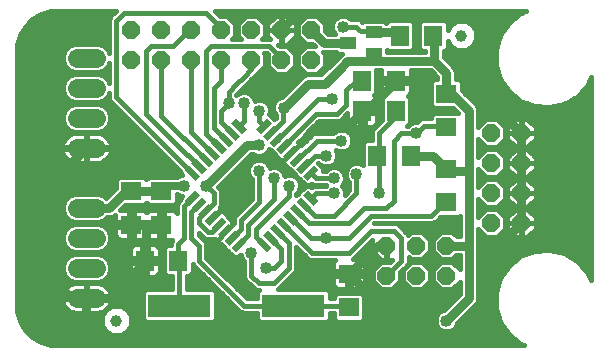
<source format=gbl>
G75*
G70*
%OFA0B0*%
%FSLAX24Y24*%
%IPPOS*%
%LPD*%
%AMOC8*
5,1,8,0,0,1.08239X$1,22.5*
%
%ADD10R,0.0500X0.0220*%
%ADD11R,0.0220X0.0500*%
%ADD12OC8,0.0600*%
%ADD13C,0.0394*%
%ADD14C,0.0634*%
%ADD15R,0.0630X0.0710*%
%ADD16R,0.0710X0.0630*%
%ADD17R,0.2100X0.0760*%
%ADD18R,0.0551X0.0394*%
%ADD19C,0.0300*%
%ADD20C,0.0280*%
%ADD21C,0.0400*%
%ADD22C,0.0160*%
%ADD23C,0.0200*%
%ADD24C,0.0250*%
D10*
G36*
X009512Y004917D02*
X009160Y004565D01*
X009004Y004721D01*
X009356Y005073D01*
X009512Y004917D01*
G37*
G36*
X009290Y005140D02*
X008938Y004788D01*
X008782Y004944D01*
X009134Y005296D01*
X009290Y005140D01*
G37*
G36*
X009067Y005362D02*
X008715Y005010D01*
X008559Y005166D01*
X008911Y005518D01*
X009067Y005362D01*
G37*
G36*
X009735Y004694D02*
X009383Y004342D01*
X009227Y004498D01*
X009579Y004850D01*
X009735Y004694D01*
G37*
G36*
X009958Y004472D02*
X009606Y004120D01*
X009450Y004276D01*
X009802Y004628D01*
X009958Y004472D01*
G37*
G36*
X010181Y004249D02*
X009829Y003897D01*
X009673Y004053D01*
X010025Y004405D01*
X010181Y004249D01*
G37*
G36*
X010403Y004026D02*
X010051Y003674D01*
X009895Y003830D01*
X010247Y004182D01*
X010403Y004026D01*
G37*
G36*
X010626Y003804D02*
X010274Y003452D01*
X010118Y003608D01*
X010470Y003960D01*
X010626Y003804D01*
G37*
G36*
X013016Y006194D02*
X012664Y005842D01*
X012508Y005998D01*
X012860Y006350D01*
X013016Y006194D01*
G37*
G36*
X012793Y006416D02*
X012441Y006064D01*
X012285Y006220D01*
X012637Y006572D01*
X012793Y006416D01*
G37*
G36*
X012571Y006639D02*
X012219Y006287D01*
X012063Y006443D01*
X012415Y006795D01*
X012571Y006639D01*
G37*
G36*
X012348Y006862D02*
X011996Y006510D01*
X011840Y006666D01*
X012192Y007018D01*
X012348Y006862D01*
G37*
G36*
X012125Y007084D02*
X011773Y006732D01*
X011617Y006888D01*
X011969Y007240D01*
X012125Y007084D01*
G37*
G36*
X011902Y007307D02*
X011550Y006955D01*
X011394Y007111D01*
X011746Y007463D01*
X011902Y007307D01*
G37*
G36*
X011680Y007530D02*
X011328Y007178D01*
X011172Y007334D01*
X011524Y007686D01*
X011680Y007530D01*
G37*
G36*
X011457Y007752D02*
X011105Y007400D01*
X010949Y007556D01*
X011301Y007908D01*
X011457Y007752D01*
G37*
D11*
G36*
X010626Y007556D02*
X010470Y007400D01*
X010118Y007752D01*
X010274Y007908D01*
X010626Y007556D01*
G37*
G36*
X010403Y007334D02*
X010247Y007178D01*
X009895Y007530D01*
X010051Y007686D01*
X010403Y007334D01*
G37*
G36*
X010181Y007111D02*
X010025Y006955D01*
X009673Y007307D01*
X009829Y007463D01*
X010181Y007111D01*
G37*
G36*
X009958Y006888D02*
X009802Y006732D01*
X009450Y007084D01*
X009606Y007240D01*
X009958Y006888D01*
G37*
G36*
X009735Y006666D02*
X009579Y006510D01*
X009227Y006862D01*
X009383Y007018D01*
X009735Y006666D01*
G37*
G36*
X009512Y006443D02*
X009356Y006287D01*
X009004Y006639D01*
X009160Y006795D01*
X009512Y006443D01*
G37*
G36*
X009290Y006220D02*
X009134Y006064D01*
X008782Y006416D01*
X008938Y006572D01*
X009290Y006220D01*
G37*
G36*
X009067Y005998D02*
X008911Y005842D01*
X008559Y006194D01*
X008715Y006350D01*
X009067Y005998D01*
G37*
G36*
X012348Y004498D02*
X012192Y004342D01*
X011840Y004694D01*
X011996Y004850D01*
X012348Y004498D01*
G37*
G36*
X012125Y004276D02*
X011969Y004120D01*
X011617Y004472D01*
X011773Y004628D01*
X012125Y004276D01*
G37*
G36*
X011902Y004053D02*
X011746Y003897D01*
X011394Y004249D01*
X011550Y004405D01*
X011902Y004053D01*
G37*
G36*
X011680Y003830D02*
X011524Y003674D01*
X011172Y004026D01*
X011328Y004182D01*
X011680Y003830D01*
G37*
G36*
X011457Y003608D02*
X011301Y003452D01*
X010949Y003804D01*
X011105Y003960D01*
X011457Y003608D01*
G37*
G36*
X012571Y004721D02*
X012415Y004565D01*
X012063Y004917D01*
X012219Y005073D01*
X012571Y004721D01*
G37*
G36*
X012793Y004944D02*
X012637Y004788D01*
X012285Y005140D01*
X012441Y005296D01*
X012793Y004944D01*
G37*
G36*
X013016Y005166D02*
X012860Y005010D01*
X012508Y005362D01*
X012664Y005518D01*
X013016Y005166D01*
G37*
D12*
X015287Y003680D03*
X016287Y003680D03*
X017287Y003680D03*
X018787Y004430D03*
X019787Y004430D03*
X019787Y005430D03*
X018787Y005430D03*
X018787Y006430D03*
X019787Y006430D03*
X019787Y007430D03*
X018787Y007430D03*
X012787Y009860D03*
X011787Y009860D03*
X010787Y009860D03*
X009787Y009860D03*
X008787Y009860D03*
X007787Y009860D03*
X006787Y009860D03*
X006787Y010860D03*
X007787Y010860D03*
X008787Y010860D03*
X009787Y010860D03*
X010787Y010860D03*
X011787Y010860D03*
X012787Y010860D03*
X015287Y002680D03*
X016287Y002680D03*
X017287Y002680D03*
D13*
X006287Y001180D03*
X017787Y010680D03*
D14*
X005604Y009930D02*
X004971Y009930D01*
X004971Y008930D02*
X005604Y008930D01*
X005604Y007930D02*
X004971Y007930D01*
X004971Y006930D02*
X005604Y006930D01*
X005604Y004930D02*
X004971Y004930D01*
X004971Y003930D02*
X005604Y003930D01*
X005604Y002930D02*
X004971Y002930D01*
X004971Y001930D02*
X005604Y001930D01*
D15*
X007228Y003180D03*
X008347Y003180D03*
X014978Y006680D03*
X016097Y006680D03*
X015597Y008180D03*
X014478Y008180D03*
X014478Y009180D03*
X015597Y009180D03*
X015728Y010680D03*
X016847Y010680D03*
D16*
X017287Y008740D03*
X017287Y007620D03*
X017287Y006240D03*
X017287Y005120D03*
X014037Y002740D03*
X014037Y001620D03*
X007787Y004370D03*
X006787Y004370D03*
X006787Y005490D03*
X007787Y005490D03*
D17*
X008387Y001680D03*
X012187Y001680D03*
D18*
X014871Y010056D03*
X014004Y010430D03*
X014871Y010804D03*
D19*
X015604Y010804D01*
X015728Y010680D01*
X016847Y010680D02*
X016887Y010640D01*
X016887Y009830D01*
X017287Y009430D01*
X017287Y008740D01*
X017478Y008740D01*
X018037Y008180D01*
X018037Y006180D01*
X017347Y006180D01*
X017287Y006240D01*
X016847Y006680D01*
X016097Y006680D01*
X018037Y006180D02*
X018037Y003680D01*
X018037Y001930D01*
X017287Y001180D01*
X017537Y000430D02*
X018537Y001430D01*
X018537Y003180D01*
X019787Y004430D01*
X019787Y005430D01*
X019787Y006430D01*
X019787Y007430D01*
X018787Y008430D01*
X018787Y010680D01*
X016887Y009830D02*
X014887Y009830D01*
X014871Y009847D01*
X014871Y010056D01*
X014887Y009830D02*
X013987Y009830D01*
X013737Y009580D01*
X013237Y009080D01*
X012674Y009080D01*
X011874Y008280D01*
X013037Y007680D02*
X014037Y007680D01*
X014478Y008180D01*
X014597Y008180D01*
X015597Y009180D01*
X016097Y009180D01*
X016287Y009180D01*
X014004Y010430D02*
X013217Y010430D01*
X012787Y010860D01*
X011037Y007030D02*
X010637Y007030D01*
X009287Y005680D01*
X010037Y004730D02*
X010437Y005130D01*
X010437Y006230D01*
X010837Y006630D01*
X007787Y005490D02*
X006787Y005490D01*
X006597Y005490D01*
X006037Y004930D01*
X005287Y004930D01*
X006787Y004370D02*
X007287Y004370D01*
X007287Y003240D01*
X007228Y003180D01*
X007228Y003120D01*
X006037Y001930D01*
X005287Y001930D01*
X005287Y000930D01*
X005787Y000430D01*
X014787Y000430D01*
X014787Y001990D01*
X014037Y002740D01*
X014978Y003680D01*
X015287Y003680D01*
X015287Y003620D01*
X017287Y003680D02*
X017787Y003680D01*
X018037Y003680D02*
X017287Y003680D01*
X017537Y000430D02*
X014787Y000430D01*
X007787Y004370D02*
X007287Y004370D01*
X005287Y006930D02*
X004287Y005930D01*
X004287Y002430D01*
X004787Y001930D01*
X005287Y001930D01*
D20*
X018037Y011430D02*
X018787Y010680D01*
X018037Y011430D02*
X013287Y011430D01*
X012357Y011430D01*
X011787Y010860D01*
D21*
X013837Y010980D03*
X016287Y009180D03*
X018787Y008430D03*
X016287Y007430D03*
X014287Y006055D03*
X013537Y005930D03*
X013537Y005430D03*
X015037Y005430D03*
X013287Y006680D03*
X013787Y007180D03*
X011874Y008280D03*
X011037Y008180D03*
X010537Y008430D03*
X010037Y008430D03*
X011037Y007030D03*
X011037Y006180D03*
X011537Y005930D03*
X012037Y005680D03*
X009287Y005680D03*
X008537Y005680D03*
X010787Y003430D03*
X011287Y002930D03*
X013287Y003930D03*
X017287Y001180D03*
X013487Y008580D03*
D22*
X002979Y001508D02*
X003068Y001175D01*
X003240Y000876D01*
X003484Y000633D01*
X003782Y000460D01*
X004115Y000371D01*
X004287Y000360D01*
X019862Y000360D01*
X019747Y000405D01*
X019747Y000405D01*
X019356Y000717D01*
X019356Y000717D01*
X019356Y000717D01*
X019074Y001131D01*
X017677Y001131D01*
X017643Y001097D02*
X018300Y001754D01*
X018347Y001868D01*
X018347Y004219D01*
X018597Y003970D01*
X018978Y003970D01*
X019247Y004239D01*
X019247Y004621D01*
X018978Y004890D01*
X018597Y004890D01*
X018347Y004641D01*
X018347Y005219D01*
X018597Y004970D01*
X018978Y004970D01*
X019247Y005239D01*
X019247Y005621D01*
X018978Y005890D01*
X018597Y005890D01*
X018347Y005641D01*
X018347Y006219D01*
X018597Y005970D01*
X018978Y005970D01*
X019247Y006239D01*
X019247Y006621D01*
X018978Y006890D01*
X018597Y006890D01*
X018347Y006641D01*
X018347Y007219D01*
X018597Y006970D01*
X018978Y006970D01*
X019247Y007239D01*
X019247Y007621D01*
X018978Y007890D01*
X018597Y007890D01*
X018347Y007641D01*
X018347Y008242D01*
X018300Y008356D01*
X017802Y008853D01*
X017802Y009121D01*
X017709Y009215D01*
X017597Y009215D01*
X017597Y009492D01*
X017550Y009606D01*
X017463Y009693D01*
X017197Y009958D01*
X017197Y010165D01*
X017229Y010165D01*
X017322Y010259D01*
X017322Y010495D01*
X017327Y010476D01*
X017336Y010471D01*
X017337Y010469D01*
X017336Y010459D01*
X017355Y010430D01*
X017370Y010399D01*
X017380Y010396D01*
X017381Y010394D01*
X017381Y010383D01*
X017405Y010359D01*
X017425Y010331D01*
X017435Y010329D01*
X017437Y010328D01*
X017439Y010317D01*
X017467Y010298D01*
X017491Y010273D01*
X017501Y010273D01*
X017503Y010272D01*
X017507Y010262D01*
X017538Y010248D01*
X017566Y010228D01*
X017576Y010230D01*
X017578Y010229D01*
X017584Y010220D01*
X017617Y010211D01*
X017648Y010196D01*
X017658Y010200D01*
X017660Y010199D01*
X017667Y010191D01*
X017701Y010188D01*
X017734Y010180D01*
X017743Y010185D01*
X017745Y010185D01*
X017753Y010178D01*
X017787Y010181D01*
X017822Y010178D01*
X017830Y010185D01*
X017832Y010185D01*
X017841Y010180D01*
X017874Y010188D01*
X017908Y010191D01*
X017915Y010199D01*
X017917Y010200D01*
X017927Y010196D01*
X017958Y010211D01*
X017991Y010220D01*
X017997Y010229D01*
X017999Y010230D01*
X018009Y010228D01*
X018037Y010248D01*
X018068Y010262D01*
X018072Y010272D01*
X018074Y010273D01*
X018084Y010273D01*
X018108Y010298D01*
X018136Y010317D01*
X018138Y010328D01*
X018140Y010329D01*
X018150Y010331D01*
X018170Y010359D01*
X018194Y010383D01*
X018194Y010394D01*
X018195Y010396D01*
X018205Y010399D01*
X018220Y010430D01*
X018239Y010459D01*
X018238Y010469D01*
X018239Y010471D01*
X018248Y010476D01*
X018256Y010509D01*
X018271Y010540D01*
X018267Y010550D01*
X018268Y010552D01*
X018276Y010559D01*
X018279Y010593D01*
X018288Y010626D01*
X018283Y010635D01*
X018283Y010638D01*
X018290Y010646D01*
X018287Y010680D01*
X018290Y010714D01*
X018283Y010722D01*
X018283Y010725D01*
X018288Y010734D01*
X018279Y010767D01*
X018276Y010801D01*
X018268Y010808D01*
X018267Y010810D01*
X018271Y010820D01*
X018256Y010851D01*
X018248Y010884D01*
X018239Y010889D01*
X018238Y010891D01*
X018239Y010901D01*
X018220Y010930D01*
X018205Y010961D01*
X018195Y010964D01*
X018194Y010966D01*
X018194Y010977D01*
X018170Y011001D01*
X018150Y011029D01*
X018140Y011031D01*
X018138Y011032D01*
X018136Y011043D01*
X018108Y011062D01*
X018084Y011087D01*
X018074Y011087D01*
X018072Y011088D01*
X018068Y011098D01*
X018037Y011112D01*
X018009Y011132D01*
X017999Y011130D01*
X017997Y011131D01*
X017991Y011140D01*
X017958Y011149D01*
X017927Y011164D01*
X017917Y011160D01*
X017915Y011161D01*
X017908Y011169D01*
X017874Y011172D01*
X017841Y011180D01*
X017832Y011175D01*
X017830Y011175D01*
X017822Y011182D01*
X017787Y011179D01*
X017753Y011182D01*
X017745Y011175D01*
X017743Y011175D01*
X017734Y011180D01*
X017701Y011172D01*
X017667Y011169D01*
X017660Y011161D01*
X017658Y011160D01*
X017648Y011164D01*
X017617Y011149D01*
X017584Y011140D01*
X017578Y011131D01*
X017576Y011130D01*
X017566Y011132D01*
X017538Y011112D01*
X017507Y011098D01*
X017503Y011088D01*
X017501Y011087D01*
X017491Y011087D01*
X017467Y011062D01*
X017439Y011043D01*
X017437Y011032D01*
X017435Y011031D01*
X017425Y011029D01*
X017405Y011001D01*
X017381Y010977D01*
X017381Y010966D01*
X017380Y010964D01*
X017370Y010961D01*
X017355Y010930D01*
X017336Y010901D01*
X017337Y010891D01*
X017336Y010889D01*
X017327Y010884D01*
X017322Y010865D01*
X017322Y011101D01*
X017229Y011195D01*
X016466Y011195D01*
X016372Y011101D01*
X016372Y010259D01*
X016466Y010165D01*
X016577Y010165D01*
X016577Y010140D01*
X015306Y010140D01*
X015306Y010205D01*
X015346Y010165D01*
X016109Y010165D01*
X016203Y010259D01*
X016203Y011101D01*
X016109Y011195D01*
X015346Y011195D01*
X015265Y011114D01*
X015259Y011114D01*
X015212Y011161D01*
X014529Y011161D01*
X014487Y011120D01*
X014423Y011183D01*
X014335Y011220D01*
X014107Y011220D01*
X014041Y011285D01*
X013909Y011340D01*
X013766Y011340D01*
X013634Y011285D01*
X013532Y011184D01*
X013477Y011052D01*
X013477Y010908D01*
X013532Y010776D01*
X013568Y010740D01*
X013346Y010740D01*
X013247Y010838D01*
X013247Y011051D01*
X012978Y011320D01*
X012597Y011320D01*
X012327Y011051D01*
X012327Y010669D01*
X012597Y010400D01*
X012809Y010400D01*
X012889Y010320D01*
X012597Y010320D01*
X012327Y010051D01*
X012327Y009669D01*
X012597Y009400D01*
X012978Y009400D01*
X013247Y009669D01*
X013247Y010051D01*
X013178Y010120D01*
X013616Y010120D01*
X013663Y010073D01*
X013792Y010073D01*
X013725Y010006D01*
X013725Y010006D01*
X013562Y009843D01*
X013562Y009843D01*
X013109Y009390D01*
X012612Y009390D01*
X012498Y009343D01*
X011791Y008635D01*
X011670Y008585D01*
X011569Y008484D01*
X011514Y008352D01*
X011514Y008208D01*
X011569Y008076D01*
X011597Y008047D01*
X011597Y007929D01*
X011553Y007885D01*
X011377Y008060D01*
X011397Y008108D01*
X011397Y008252D01*
X011343Y008384D01*
X011241Y008485D01*
X011109Y008540D01*
X010966Y008540D01*
X010894Y008510D01*
X010843Y008634D01*
X010741Y008735D01*
X010609Y008790D01*
X010466Y008790D01*
X010334Y008735D01*
X010287Y008689D01*
X010277Y008699D01*
X010277Y008706D01*
X010423Y008852D01*
X010673Y009102D01*
X010923Y009352D01*
X010972Y009400D01*
X010978Y009400D01*
X011247Y009669D01*
X011247Y010051D01*
X011208Y010090D01*
X011288Y010090D01*
X011328Y010051D01*
X011327Y010051D01*
X011327Y009669D01*
X011597Y009400D01*
X011978Y009400D01*
X012247Y009669D01*
X012247Y010051D01*
X011978Y010320D01*
X011737Y010320D01*
X011677Y010380D01*
X011777Y010380D01*
X011777Y010850D01*
X011307Y010850D01*
X011307Y010661D01*
X011399Y010570D01*
X011148Y010570D01*
X011247Y010669D01*
X011247Y011051D01*
X010978Y011320D01*
X010597Y011320D01*
X010327Y011051D01*
X010327Y010669D01*
X010427Y010570D01*
X010148Y010570D01*
X010247Y010669D01*
X010247Y011051D01*
X009978Y011320D01*
X009737Y011320D01*
X009561Y011496D01*
X019954Y011496D01*
X019747Y011415D01*
X019356Y011103D01*
X019074Y010689D01*
X019074Y010689D01*
X018926Y010210D01*
X018926Y009710D01*
X019074Y009231D01*
X019356Y008817D01*
X019747Y008505D01*
X020214Y008322D01*
X020713Y008285D01*
X021201Y008396D01*
X021201Y008396D01*
X021635Y008647D01*
X021976Y009014D01*
X022107Y009288D01*
X022107Y002532D01*
X021976Y002806D01*
X021976Y002806D01*
X021635Y003173D01*
X021201Y003424D01*
X020713Y003535D01*
X020214Y003498D01*
X020214Y003498D01*
X019747Y003315D01*
X019356Y003003D01*
X019356Y003003D01*
X019074Y002589D01*
X019074Y002589D01*
X018926Y002110D01*
X018926Y001610D01*
X019074Y001131D01*
X019074Y001131D01*
X019025Y001290D02*
X017835Y001290D01*
X017643Y001097D02*
X017593Y000976D01*
X017491Y000875D01*
X017359Y000820D01*
X017216Y000820D01*
X017084Y000875D01*
X016982Y000976D01*
X016927Y001108D01*
X016927Y001252D01*
X016982Y001384D01*
X017084Y001485D01*
X017204Y001535D01*
X017727Y002058D01*
X017727Y002469D01*
X017478Y002220D01*
X017097Y002220D01*
X016827Y002489D01*
X016827Y002871D01*
X017097Y003140D01*
X017478Y003140D01*
X017727Y002891D01*
X017727Y003370D01*
X017628Y003370D01*
X017478Y003220D01*
X017097Y003220D01*
X016827Y003489D01*
X016827Y003871D01*
X017097Y004140D01*
X017478Y004140D01*
X017628Y003990D01*
X017727Y003990D01*
X017727Y004664D01*
X017709Y004645D01*
X017092Y004645D01*
X016923Y004477D01*
X016835Y004440D01*
X014887Y004440D01*
X014867Y004420D01*
X015585Y004420D01*
X015673Y004383D01*
X015923Y004133D01*
X015991Y004066D01*
X016000Y004043D01*
X016097Y004140D01*
X016478Y004140D01*
X016747Y003871D01*
X016747Y003489D01*
X016478Y003220D01*
X016097Y003220D01*
X016027Y003289D01*
X016027Y003132D01*
X015991Y003044D01*
X015747Y002801D01*
X015747Y002489D01*
X015478Y002220D01*
X015097Y002220D01*
X014827Y002489D01*
X014827Y002871D01*
X015097Y003140D01*
X015408Y003140D01*
X015468Y003200D01*
X015297Y003200D01*
X015297Y003670D01*
X015277Y003670D01*
X014807Y003670D01*
X014807Y003481D01*
X015089Y003200D01*
X015277Y003200D01*
X015277Y003670D01*
X015277Y003690D01*
X014807Y003690D01*
X014807Y003861D01*
X014673Y003727D01*
X014182Y003235D01*
X014416Y003235D01*
X014462Y003223D01*
X014503Y003199D01*
X014536Y003165D01*
X014560Y003124D01*
X014572Y003079D01*
X014572Y002817D01*
X014115Y002817D01*
X014115Y002662D01*
X014115Y002245D01*
X014416Y002245D01*
X014462Y002257D01*
X014503Y002281D01*
X014536Y002314D01*
X014560Y002355D01*
X014572Y002401D01*
X014572Y002662D01*
X014115Y002662D01*
X013960Y002662D01*
X013960Y002245D01*
X013659Y002245D01*
X013613Y002257D01*
X013572Y002281D01*
X013539Y002314D01*
X013515Y002355D01*
X013503Y002401D01*
X013503Y002662D01*
X013960Y002662D01*
X013960Y002817D01*
X013503Y002817D01*
X013503Y003079D01*
X013515Y003124D01*
X013539Y003165D01*
X013563Y003190D01*
X012767Y003190D01*
X012679Y003227D01*
X012611Y003294D01*
X012277Y003628D01*
X012277Y002882D01*
X012241Y002794D01*
X011741Y002294D01*
X011673Y002227D01*
X011658Y002220D01*
X013304Y002220D01*
X013397Y002126D01*
X013397Y001920D01*
X013523Y001920D01*
X013523Y002001D01*
X013616Y002095D01*
X014459Y002095D01*
X014552Y002001D01*
X014552Y001239D01*
X014459Y001145D01*
X013616Y001145D01*
X013523Y001239D01*
X013523Y001440D01*
X013397Y001440D01*
X013397Y001234D01*
X013304Y001140D01*
X011071Y001140D01*
X010977Y001234D01*
X010977Y001440D01*
X010490Y001440D01*
X010402Y001477D01*
X010334Y001544D01*
X008834Y003044D01*
X008822Y003072D01*
X008822Y002759D01*
X008729Y002665D01*
X008627Y002665D01*
X008627Y002220D01*
X009504Y002220D01*
X009597Y002126D01*
X009597Y001234D01*
X009504Y001140D01*
X007271Y001140D01*
X007177Y001234D01*
X007177Y002126D01*
X007271Y002220D01*
X008147Y002220D01*
X008147Y002665D01*
X007966Y002665D01*
X007872Y002759D01*
X007872Y003601D01*
X007966Y003695D01*
X008107Y003695D01*
X008107Y003788D01*
X008144Y003875D01*
X007865Y003875D01*
X007865Y004293D01*
X007710Y004293D01*
X006865Y004293D01*
X006865Y004448D01*
X006710Y004448D01*
X006710Y004865D01*
X006411Y004865D01*
X006561Y005015D01*
X007209Y005015D01*
X007287Y005094D01*
X007366Y005015D01*
X008209Y005015D01*
X008302Y005109D01*
X008302Y005395D01*
X008313Y005395D01*
X008334Y005375D01*
X008466Y005320D01*
X008487Y005320D01*
X008398Y005232D01*
X008398Y005189D01*
X008334Y005125D01*
X008297Y005037D01*
X008297Y004777D01*
X008286Y004796D01*
X008253Y004829D01*
X008212Y004853D01*
X008166Y004865D01*
X007865Y004865D01*
X007865Y004448D01*
X007710Y004448D01*
X007710Y004865D01*
X007409Y004865D01*
X007363Y004853D01*
X007322Y004829D01*
X007289Y004796D01*
X007287Y004794D01*
X007286Y004796D01*
X007253Y004829D01*
X007212Y004853D01*
X007166Y004865D01*
X006865Y004865D01*
X006865Y004448D01*
X007322Y004448D01*
X007710Y004448D01*
X007710Y004293D01*
X007710Y003875D01*
X007409Y003875D01*
X007363Y003887D01*
X007322Y003911D01*
X007289Y003945D01*
X007287Y003946D01*
X007286Y003945D01*
X007253Y003911D01*
X007212Y003887D01*
X007166Y003875D01*
X006865Y003875D01*
X006865Y004293D01*
X006710Y004293D01*
X006253Y004293D01*
X006253Y004031D01*
X006265Y003986D01*
X006289Y003945D01*
X006322Y003911D01*
X006363Y003887D01*
X006409Y003875D01*
X006710Y003875D01*
X006710Y004293D01*
X006710Y004448D01*
X006253Y004448D01*
X006253Y004707D01*
X006213Y004667D01*
X006099Y004620D01*
X005969Y004620D01*
X005874Y004526D01*
X005699Y004453D01*
X004876Y004453D01*
X004701Y004526D01*
X004566Y004660D01*
X004494Y004835D01*
X004494Y005025D01*
X004566Y005200D01*
X004701Y005334D01*
X004876Y005407D01*
X005699Y005407D01*
X005874Y005334D01*
X005939Y005270D01*
X006273Y005603D01*
X006273Y005871D01*
X006366Y005965D01*
X007209Y005965D01*
X007287Y005886D01*
X007287Y005886D01*
X007366Y005965D01*
X007980Y005965D01*
X007981Y005965D01*
X008313Y005965D01*
X008334Y005985D01*
X008466Y006040D01*
X008487Y006040D01*
X008398Y006128D01*
X008398Y006171D01*
X007152Y007418D01*
X006084Y008485D01*
X006047Y008573D01*
X006047Y008754D01*
X006009Y008660D01*
X005874Y008526D01*
X005699Y008453D01*
X004876Y008453D01*
X004701Y008526D01*
X004566Y008660D01*
X004494Y008835D01*
X004494Y009025D01*
X004566Y009200D01*
X004701Y009334D01*
X004876Y009407D01*
X005699Y009407D01*
X005874Y009334D01*
X006009Y009200D01*
X006047Y009106D01*
X006047Y009754D01*
X006009Y009660D01*
X005874Y009526D01*
X005699Y009453D01*
X004876Y009453D01*
X004701Y009526D01*
X004566Y009660D01*
X004494Y009835D01*
X004494Y010025D01*
X004566Y010200D01*
X004701Y010334D01*
X004876Y010407D01*
X005699Y010407D01*
X005874Y010334D01*
X006009Y010200D01*
X006047Y010106D01*
X006047Y011228D01*
X006084Y011316D01*
X006264Y011496D01*
X004287Y011496D01*
X004115Y011485D01*
X003782Y011396D01*
X003484Y011223D01*
X003240Y010980D01*
X003068Y010681D01*
X003068Y010681D01*
X002979Y010348D01*
X002967Y010176D01*
X002967Y001680D01*
X002979Y001508D01*
X002995Y001448D02*
X004846Y001448D01*
X004854Y001445D02*
X004932Y001433D01*
X005269Y001433D01*
X005269Y001912D01*
X004474Y001912D01*
X004474Y001891D01*
X004486Y001814D01*
X004510Y001739D01*
X004546Y001670D01*
X004592Y001606D01*
X004647Y001551D01*
X004710Y001505D01*
X004780Y001470D01*
X004854Y001445D01*
X004592Y001607D02*
X002972Y001607D01*
X002967Y001765D02*
X004502Y001765D01*
X004474Y001948D02*
X005269Y001948D01*
X005269Y001912D01*
X005306Y001912D01*
X005306Y001948D01*
X006101Y001948D01*
X006101Y001969D01*
X006089Y002046D01*
X006065Y002121D01*
X006029Y002190D01*
X005983Y002254D01*
X005928Y002309D01*
X005865Y002355D01*
X005795Y002390D01*
X005721Y002415D01*
X005643Y002427D01*
X005306Y002427D01*
X005306Y001948D01*
X005269Y001948D01*
X005269Y002427D01*
X004932Y002427D01*
X004854Y002415D01*
X004780Y002390D01*
X004710Y002355D01*
X004647Y002309D01*
X004592Y002254D01*
X004546Y002190D01*
X004510Y002121D01*
X004486Y002046D01*
X004474Y001969D01*
X004474Y001948D01*
X004498Y002082D02*
X002967Y002082D01*
X002967Y001924D02*
X005269Y001924D01*
X005306Y001924D02*
X007177Y001924D01*
X007177Y002082D02*
X006077Y002082D01*
X006101Y001912D02*
X005306Y001912D01*
X005306Y001433D01*
X005643Y001433D01*
X005721Y001445D01*
X005795Y001470D01*
X005865Y001505D01*
X005928Y001551D01*
X005983Y001606D01*
X006029Y001670D01*
X006065Y001739D01*
X006089Y001814D01*
X006101Y001891D01*
X006101Y001912D01*
X006073Y001765D02*
X007177Y001765D01*
X007177Y001607D02*
X006549Y001607D01*
X006537Y001612D02*
X006509Y001632D01*
X006499Y001630D01*
X006497Y001631D01*
X006491Y001640D01*
X006458Y001649D01*
X006427Y001664D01*
X006417Y001660D01*
X006415Y001661D01*
X006408Y001669D01*
X006374Y001672D01*
X006341Y001680D01*
X006332Y001675D01*
X006330Y001675D01*
X006322Y001682D01*
X006287Y001679D01*
X006253Y001682D01*
X006245Y001675D01*
X006243Y001675D01*
X006234Y001680D01*
X006201Y001672D01*
X006167Y001669D01*
X006160Y001661D01*
X006158Y001660D01*
X006148Y001664D01*
X006117Y001649D01*
X006084Y001640D01*
X006078Y001631D01*
X006076Y001630D01*
X006066Y001632D01*
X006038Y001612D01*
X006007Y001598D01*
X006003Y001588D01*
X006001Y001587D01*
X005991Y001587D01*
X005967Y001562D01*
X005939Y001543D01*
X005937Y001532D01*
X005935Y001531D01*
X005925Y001529D01*
X005905Y001501D01*
X005881Y001477D01*
X005881Y001466D01*
X005880Y001464D01*
X005870Y001461D01*
X005855Y001430D01*
X005836Y001401D01*
X005837Y001391D01*
X005836Y001389D01*
X005827Y001384D01*
X005818Y001351D01*
X005804Y001320D01*
X005808Y001310D01*
X005807Y001308D01*
X005799Y001301D01*
X005796Y001267D01*
X005787Y001234D01*
X005792Y001225D01*
X005792Y001222D01*
X005785Y001214D01*
X005788Y001180D01*
X005785Y001146D01*
X005792Y001138D01*
X005792Y001135D01*
X005787Y001126D01*
X005796Y001093D01*
X005799Y001059D01*
X005807Y001052D01*
X005808Y001050D01*
X005804Y001040D01*
X005818Y001009D01*
X005827Y000976D01*
X005836Y000971D01*
X005837Y000969D01*
X005836Y000959D01*
X005855Y000930D01*
X005870Y000899D01*
X005880Y000896D01*
X005881Y000894D01*
X005881Y000883D01*
X005905Y000859D01*
X005925Y000831D01*
X005935Y000829D01*
X005937Y000828D01*
X005939Y000817D01*
X005967Y000798D01*
X005991Y000773D01*
X006001Y000773D01*
X006003Y000772D01*
X006007Y000762D01*
X006038Y000748D01*
X006066Y000728D01*
X006076Y000730D01*
X006078Y000729D01*
X006084Y000720D01*
X006117Y000711D01*
X006148Y000696D01*
X006158Y000700D01*
X006160Y000699D01*
X006167Y000691D01*
X006201Y000688D01*
X006234Y000680D01*
X006243Y000685D01*
X006245Y000685D01*
X006253Y000678D01*
X006287Y000681D01*
X006322Y000678D01*
X006330Y000685D01*
X006332Y000685D01*
X006341Y000680D01*
X006374Y000688D01*
X006408Y000691D01*
X006415Y000699D01*
X006417Y000700D01*
X006427Y000696D01*
X006458Y000711D01*
X006491Y000720D01*
X006497Y000729D01*
X006499Y000730D01*
X006509Y000728D01*
X006537Y000748D01*
X006568Y000762D01*
X006572Y000772D01*
X006574Y000773D01*
X006584Y000773D01*
X006608Y000798D01*
X006636Y000817D01*
X006638Y000828D01*
X006640Y000829D01*
X006650Y000831D01*
X006670Y000859D01*
X006694Y000883D01*
X006694Y000894D01*
X006695Y000896D01*
X006705Y000899D01*
X006720Y000930D01*
X006739Y000959D01*
X006738Y000969D01*
X006739Y000971D01*
X006748Y000976D01*
X006756Y001009D01*
X006771Y001040D01*
X006767Y001050D01*
X006768Y001052D01*
X006776Y001059D01*
X006779Y001093D01*
X006788Y001126D01*
X006783Y001135D01*
X006783Y001138D01*
X006790Y001146D01*
X006787Y001180D01*
X006790Y001214D01*
X006783Y001222D01*
X006783Y001225D01*
X006788Y001234D01*
X006779Y001267D01*
X006776Y001301D01*
X006768Y001308D01*
X006767Y001310D01*
X006771Y001320D01*
X006756Y001351D01*
X006748Y001384D01*
X006739Y001389D01*
X006738Y001391D01*
X006739Y001401D01*
X006720Y001430D01*
X006705Y001461D01*
X006695Y001464D01*
X006694Y001466D01*
X006694Y001477D01*
X006670Y001501D01*
X006650Y001529D01*
X006640Y001531D01*
X006638Y001532D01*
X006636Y001543D01*
X006608Y001562D01*
X006584Y001587D01*
X006574Y001587D01*
X006572Y001588D01*
X006568Y001598D01*
X006537Y001612D01*
X006711Y001448D02*
X007177Y001448D01*
X007177Y001290D02*
X006777Y001290D01*
X006785Y001131D02*
X016927Y001131D01*
X016943Y001290D02*
X014552Y001290D01*
X014552Y001448D02*
X017046Y001448D01*
X017276Y001607D02*
X014552Y001607D01*
X014552Y001765D02*
X017434Y001765D01*
X017593Y001924D02*
X014552Y001924D01*
X014472Y002082D02*
X017727Y002082D01*
X017727Y002241D02*
X017499Y002241D01*
X017076Y002241D02*
X016499Y002241D01*
X016478Y002220D02*
X016747Y002489D01*
X016747Y002871D01*
X016478Y003140D01*
X016097Y003140D01*
X015827Y002871D01*
X015827Y002489D01*
X016097Y002220D01*
X016478Y002220D01*
X016657Y002399D02*
X016918Y002399D01*
X016827Y002558D02*
X016747Y002558D01*
X016747Y002716D02*
X016827Y002716D01*
X016831Y002875D02*
X016744Y002875D01*
X016585Y003033D02*
X016990Y003033D01*
X016967Y003350D02*
X016608Y003350D01*
X016747Y003509D02*
X016827Y003509D01*
X016827Y003667D02*
X016747Y003667D01*
X016747Y003826D02*
X016827Y003826D01*
X016941Y003984D02*
X016634Y003984D01*
X016882Y004460D02*
X017727Y004460D01*
X017727Y004618D02*
X017065Y004618D01*
X016787Y004680D02*
X017228Y005120D01*
X017287Y005120D01*
X016787Y004680D02*
X014787Y004680D01*
X014037Y003930D01*
X013287Y003930D01*
X012760Y003930D01*
X012094Y004596D01*
X011871Y004374D02*
X012315Y003930D01*
X012815Y003430D01*
X013037Y003430D01*
X014037Y003430D01*
X014537Y003930D01*
X014787Y004180D01*
X015287Y004180D01*
X015537Y004180D01*
X015787Y003930D01*
X015787Y003180D01*
X015287Y002680D01*
X015747Y002716D02*
X015827Y002716D01*
X015827Y002558D02*
X015747Y002558D01*
X015657Y002399D02*
X015918Y002399D01*
X016076Y002241D02*
X015499Y002241D01*
X015076Y002241D02*
X011687Y002241D01*
X011846Y002399D02*
X013503Y002399D01*
X013503Y002558D02*
X012004Y002558D01*
X012163Y002716D02*
X013960Y002716D01*
X014115Y002716D02*
X014827Y002716D01*
X014827Y002558D02*
X014572Y002558D01*
X014572Y002399D02*
X014918Y002399D01*
X014831Y002875D02*
X014572Y002875D01*
X014572Y003033D02*
X014990Y003033D01*
X015460Y003192D02*
X014510Y003192D01*
X014297Y003350D02*
X014939Y003350D01*
X014807Y003509D02*
X014455Y003509D01*
X014614Y003667D02*
X014807Y003667D01*
X014807Y003826D02*
X014772Y003826D01*
X015277Y003667D02*
X015297Y003667D01*
X015297Y003509D02*
X015277Y003509D01*
X015277Y003350D02*
X015297Y003350D01*
X016027Y003192D02*
X017727Y003192D01*
X017727Y003033D02*
X017585Y003033D01*
X017608Y003350D02*
X017727Y003350D01*
X018347Y003350D02*
X019837Y003350D01*
X019747Y003315D02*
X019747Y003315D01*
X019593Y003192D02*
X018347Y003192D01*
X018347Y003033D02*
X019394Y003033D01*
X019356Y003003D02*
X019356Y003003D01*
X019269Y002875D02*
X018347Y002875D01*
X018347Y002716D02*
X019160Y002716D01*
X019064Y002558D02*
X018347Y002558D01*
X018347Y002399D02*
X019015Y002399D01*
X018966Y002241D02*
X018347Y002241D01*
X018347Y002082D02*
X018926Y002082D01*
X018926Y001924D02*
X018347Y001924D01*
X018305Y001765D02*
X018926Y001765D01*
X018927Y001607D02*
X018152Y001607D01*
X017994Y001448D02*
X018976Y001448D01*
X019182Y000973D02*
X017589Y000973D01*
X016986Y000973D02*
X006741Y000973D01*
X006632Y000814D02*
X019290Y000814D01*
X019433Y000656D02*
X003461Y000656D01*
X003303Y000814D02*
X005943Y000814D01*
X005834Y000973D02*
X003185Y000973D01*
X003093Y001131D02*
X005790Y001131D01*
X005798Y001290D02*
X003037Y001290D01*
X003719Y000497D02*
X019632Y000497D01*
X017727Y002399D02*
X017657Y002399D01*
X015990Y003033D02*
X015980Y003033D01*
X015831Y002875D02*
X015821Y002875D01*
X014115Y002558D02*
X013960Y002558D01*
X013960Y002399D02*
X014115Y002399D01*
X013603Y002082D02*
X013397Y002082D01*
X013397Y001924D02*
X013523Y001924D01*
X014037Y001680D02*
X014037Y001620D01*
X014037Y001680D02*
X012187Y001680D01*
X011037Y001680D01*
X010537Y001680D01*
X009037Y003180D01*
X009037Y003680D01*
X008787Y003930D01*
X008787Y004180D01*
X008787Y004794D01*
X009036Y005042D01*
X009258Y004819D02*
X009537Y005098D01*
X009537Y005380D01*
X009537Y005430D01*
X009287Y005680D01*
X009676Y005631D02*
X009741Y005566D01*
X009777Y005478D01*
X009777Y005050D01*
X009741Y004962D01*
X009732Y004953D01*
X009785Y004900D01*
X009481Y004596D01*
X009715Y004830D01*
X009937Y004830D01*
X010037Y004730D01*
X010137Y004630D01*
X010137Y004362D01*
X009927Y004151D01*
X010197Y004422D01*
X010197Y004422D01*
X009927Y004151D01*
X009927Y004151D01*
X009622Y003847D01*
X009927Y004151D01*
X009927Y004151D01*
X009918Y004143D02*
X009918Y004143D01*
X009760Y003984D02*
X009760Y003984D01*
X009622Y003847D02*
X009717Y003752D01*
X009758Y003729D01*
X009773Y003725D01*
X009984Y003514D01*
X010207Y003291D01*
X010339Y003291D01*
X010427Y003379D01*
X010427Y003358D01*
X010482Y003226D01*
X010547Y003161D01*
X010547Y002632D01*
X010584Y002544D01*
X010652Y002477D01*
X010902Y002227D01*
X010990Y002190D01*
X011041Y002190D01*
X010977Y002126D01*
X010977Y001920D01*
X010637Y001920D01*
X009277Y003279D01*
X009277Y003728D01*
X009241Y003816D01*
X009173Y003883D01*
X009027Y004029D01*
X009027Y004101D01*
X009202Y003927D01*
X009290Y003890D01*
X009508Y003890D01*
X009558Y003911D01*
X009622Y003847D01*
X009644Y003826D02*
X009231Y003826D01*
X009144Y003984D02*
X009073Y003984D01*
X009337Y004130D02*
X009137Y004330D01*
X009037Y004430D01*
X009037Y004530D01*
X009037Y004598D01*
X009258Y004819D01*
X009481Y004596D02*
X009785Y004900D01*
X009880Y004806D01*
X009903Y004765D01*
X009907Y004750D01*
X010080Y004577D01*
X010095Y004573D01*
X010136Y004550D01*
X010197Y004488D01*
X010197Y004578D01*
X010234Y004666D01*
X010797Y005229D01*
X010797Y005911D01*
X010732Y005976D01*
X010677Y006108D01*
X010677Y006252D01*
X010732Y006384D01*
X010834Y006485D01*
X010966Y006540D01*
X011109Y006540D01*
X011241Y006485D01*
X011343Y006384D01*
X011394Y006260D01*
X011466Y006290D01*
X011609Y006290D01*
X011741Y006235D01*
X011843Y006134D01*
X011894Y006010D01*
X011966Y006040D01*
X012109Y006040D01*
X012241Y005985D01*
X012343Y005884D01*
X012397Y005752D01*
X012397Y005608D01*
X012343Y005476D01*
X012277Y005411D01*
X012277Y005360D01*
X012374Y005456D01*
X012597Y005679D01*
X012729Y005679D01*
X012783Y005625D01*
X012792Y005633D01*
X012880Y005670D01*
X013268Y005670D01*
X013278Y005680D01*
X013268Y005690D01*
X012880Y005690D01*
X012792Y005727D01*
X012783Y005735D01*
X012729Y005681D01*
X012597Y005681D01*
X012347Y005930D01*
X012347Y005930D01*
X012125Y006153D01*
X012125Y006153D01*
X011940Y006337D01*
X011925Y006341D01*
X011884Y006365D01*
X011790Y006460D01*
X012094Y006764D01*
X012398Y007068D01*
X012345Y007121D01*
X012428Y007204D01*
X012434Y007207D01*
X012462Y007237D01*
X012491Y007267D01*
X012493Y007273D01*
X012712Y007515D01*
X013037Y007840D01*
X013685Y007840D01*
X013773Y007877D01*
X013841Y007944D01*
X013983Y008086D01*
X013983Y007801D01*
X013995Y007756D01*
X014019Y007715D01*
X014052Y007681D01*
X014093Y007657D01*
X014139Y007645D01*
X014400Y007645D01*
X014400Y008103D01*
X014555Y008103D01*
X014555Y008257D01*
X014973Y008257D01*
X014973Y008559D01*
X014960Y008604D01*
X014937Y008645D01*
X014903Y008679D01*
X014884Y008690D01*
X014953Y008759D01*
X014953Y009520D01*
X015102Y009520D01*
X015102Y009257D01*
X015520Y009257D01*
X015520Y009103D01*
X015102Y009103D01*
X015102Y008801D01*
X015115Y008756D01*
X015138Y008715D01*
X015172Y008681D01*
X015191Y008670D01*
X015122Y008601D01*
X015122Y007854D01*
X014834Y007566D01*
X014797Y007478D01*
X014797Y007195D01*
X014596Y007195D01*
X014503Y007101D01*
X014503Y006349D01*
X014491Y006360D01*
X014359Y006415D01*
X014216Y006415D01*
X014084Y006360D01*
X013982Y006259D01*
X013927Y006127D01*
X013927Y005983D01*
X013982Y005851D01*
X014047Y005786D01*
X014047Y005529D01*
X013897Y005379D01*
X013897Y005502D01*
X013843Y005634D01*
X013797Y005680D01*
X013843Y005726D01*
X013897Y005858D01*
X013897Y006002D01*
X013843Y006134D01*
X013741Y006235D01*
X013609Y006290D01*
X013466Y006290D01*
X013334Y006235D01*
X013268Y006170D01*
X013177Y006170D01*
X013177Y006261D01*
X012999Y006438D01*
X013000Y006440D01*
X013018Y006440D01*
X013084Y006375D01*
X013216Y006320D01*
X013359Y006320D01*
X013491Y006375D01*
X013593Y006476D01*
X013647Y006608D01*
X013647Y006752D01*
X013599Y006868D01*
X013716Y006820D01*
X013859Y006820D01*
X013991Y006875D01*
X014093Y006976D01*
X014147Y007108D01*
X014147Y007252D01*
X014093Y007384D01*
X013991Y007485D01*
X013859Y007540D01*
X013716Y007540D01*
X013584Y007485D01*
X013518Y007420D01*
X012908Y007420D01*
X012820Y007383D01*
X012752Y007316D01*
X012451Y007015D01*
X012398Y007068D01*
X012094Y006764D01*
X012094Y006764D01*
X011810Y006480D01*
X011790Y006460D02*
X012094Y006764D01*
X013010Y007680D01*
X013037Y007680D01*
X012985Y007788D02*
X013986Y007788D01*
X013841Y007944D02*
X013841Y007944D01*
X013843Y007947D02*
X013983Y007947D01*
X013637Y008080D02*
X013937Y008380D01*
X013937Y008880D01*
X014287Y009180D01*
X014478Y009180D01*
X014478Y009093D01*
X014478Y009180D02*
X014315Y009430D01*
X014953Y009373D02*
X015102Y009373D01*
X014953Y009215D02*
X015520Y009215D01*
X015675Y009215D02*
X016866Y009215D01*
X016773Y009121D01*
X016773Y008359D01*
X016866Y008265D01*
X017514Y008265D01*
X017684Y008095D01*
X016866Y008095D01*
X016773Y008001D01*
X016773Y007920D01*
X016490Y007920D01*
X016402Y007883D01*
X016308Y007790D01*
X016216Y007790D01*
X016084Y007735D01*
X016018Y007670D01*
X015983Y007670D01*
X016072Y007759D01*
X016072Y008601D01*
X016004Y008670D01*
X016023Y008681D01*
X016056Y008715D01*
X016080Y008756D01*
X016092Y008801D01*
X016092Y009103D01*
X015675Y009103D01*
X015675Y009257D01*
X016092Y009257D01*
X016092Y009520D01*
X016759Y009520D01*
X016977Y009302D01*
X016977Y009215D01*
X016866Y009215D01*
X016773Y009056D02*
X016092Y009056D01*
X016092Y008898D02*
X016773Y008898D01*
X016773Y008739D02*
X016070Y008739D01*
X016072Y008581D02*
X016773Y008581D01*
X016773Y008422D02*
X016072Y008422D01*
X016072Y008264D02*
X017516Y008264D01*
X017674Y008105D02*
X016072Y008105D01*
X016072Y007947D02*
X016773Y007947D01*
X016211Y007788D02*
X016072Y007788D01*
X016287Y007430D02*
X016537Y007680D01*
X017228Y007680D01*
X017287Y007620D01*
X016287Y007430D02*
X015787Y007430D01*
X015537Y007180D01*
X015537Y005180D01*
X015287Y004930D01*
X014537Y004930D01*
X014287Y004680D01*
X014037Y004430D01*
X012706Y004430D01*
X012317Y004819D01*
X012539Y005042D02*
X012901Y004680D01*
X013537Y004680D01*
X014287Y005430D01*
X014287Y006055D01*
X013959Y006203D02*
X013774Y006203D01*
X014087Y006362D02*
X013459Y006362D01*
X013611Y006520D02*
X014503Y006520D01*
X014488Y006362D02*
X014503Y006362D01*
X014978Y006680D02*
X015037Y006620D01*
X015037Y005930D01*
X015037Y005430D01*
X014047Y005569D02*
X013870Y005569D01*
X013897Y005411D02*
X013929Y005411D01*
X013537Y005430D02*
X012928Y005430D01*
X012762Y005264D01*
X012487Y005569D02*
X012381Y005569D01*
X012328Y005411D02*
X012277Y005411D01*
X012037Y005330D02*
X012037Y005680D01*
X012397Y005728D02*
X012550Y005728D01*
X012392Y005886D02*
X012341Y005886D01*
X012233Y006045D02*
X011880Y006045D01*
X011537Y005930D02*
X011537Y005230D01*
X010687Y004380D01*
X010687Y004021D01*
X010372Y003706D01*
X010149Y003928D02*
X010437Y004216D01*
X010437Y004530D01*
X011037Y005130D01*
X011037Y006180D01*
X011352Y006362D02*
X011890Y006362D01*
X011790Y006460D02*
X011695Y006554D01*
X011672Y006595D01*
X011668Y006610D01*
X011457Y006821D01*
X011375Y006903D01*
X011343Y006826D01*
X011241Y006725D01*
X011109Y006670D01*
X010966Y006670D01*
X010845Y006720D01*
X010766Y006720D01*
X009676Y005631D01*
X009738Y005569D02*
X010797Y005569D01*
X010797Y005411D02*
X009777Y005411D01*
X009777Y005252D02*
X010797Y005252D01*
X010662Y005094D02*
X009777Y005094D01*
X009751Y004935D02*
X010503Y004935D01*
X010345Y004777D02*
X009897Y004777D01*
X009661Y004777D02*
X009661Y004777D01*
X009503Y004618D02*
X009503Y004618D01*
X009481Y004596D02*
X009481Y004596D01*
X009704Y004374D02*
X009460Y004130D01*
X009337Y004130D01*
X010077Y004301D02*
X010077Y004301D01*
X010039Y004618D02*
X010214Y004618D01*
X010937Y004230D02*
X012037Y005330D01*
X012776Y005728D02*
X012791Y005728D01*
X012928Y005930D02*
X013537Y005930D01*
X013880Y006045D02*
X013927Y006045D01*
X013897Y005886D02*
X013968Y005886D01*
X014047Y005728D02*
X013843Y005728D01*
X013301Y006203D02*
X013177Y006203D01*
X013116Y006362D02*
X013076Y006362D01*
X012762Y006096D02*
X012928Y005930D01*
X012539Y006318D02*
X012901Y006680D01*
X013037Y006680D01*
X013287Y006680D01*
X013647Y006679D02*
X014503Y006679D01*
X014503Y006837D02*
X013900Y006837D01*
X013675Y006837D02*
X013612Y006837D01*
X014101Y006996D02*
X014503Y006996D01*
X014555Y007154D02*
X014147Y007154D01*
X014122Y007313D02*
X014797Y007313D01*
X014797Y007471D02*
X014006Y007471D01*
X013787Y007180D02*
X012956Y007180D01*
X012317Y006541D01*
X012009Y006679D02*
X012009Y006679D01*
X012094Y006764D02*
X012094Y006764D01*
X012167Y006837D02*
X012167Y006837D01*
X012326Y006996D02*
X012326Y006996D01*
X012378Y007154D02*
X012590Y007154D01*
X012529Y007313D02*
X012749Y007313D01*
X012672Y007471D02*
X013569Y007471D01*
X012826Y007630D02*
X014898Y007630D01*
X014862Y007657D02*
X014903Y007681D01*
X014937Y007715D01*
X014960Y007756D01*
X014973Y007801D01*
X014973Y008103D01*
X014555Y008103D01*
X014555Y007645D01*
X014816Y007645D01*
X014862Y007657D01*
X014969Y007788D02*
X015056Y007788D01*
X015122Y007947D02*
X014973Y007947D01*
X015122Y008105D02*
X014555Y008105D01*
X014555Y007947D02*
X014400Y007947D01*
X014400Y007788D02*
X014555Y007788D01*
X015037Y007430D02*
X015537Y007930D01*
X015597Y008180D01*
X015122Y008264D02*
X014973Y008264D01*
X014973Y008422D02*
X015122Y008422D01*
X015122Y008581D02*
X014967Y008581D01*
X014933Y008739D02*
X015124Y008739D01*
X015102Y008898D02*
X014953Y008898D01*
X014953Y009056D02*
X015102Y009056D01*
X016092Y009373D02*
X016906Y009373D01*
X017466Y009690D02*
X018932Y009690D01*
X018981Y009532D02*
X017581Y009532D01*
X017597Y009373D02*
X019030Y009373D01*
X019085Y009215D02*
X017709Y009215D01*
X017802Y009056D02*
X019193Y009056D01*
X019301Y008898D02*
X017802Y008898D01*
X017917Y008739D02*
X019454Y008739D01*
X019356Y008817D02*
X019356Y008817D01*
X019653Y008581D02*
X018075Y008581D01*
X018234Y008422D02*
X019959Y008422D01*
X019747Y008505D02*
X019747Y008505D01*
X020214Y008322D02*
X020214Y008322D01*
X020713Y008285D02*
X020713Y008285D01*
X021246Y008422D02*
X022107Y008422D01*
X022107Y008581D02*
X021521Y008581D01*
X021635Y008647D02*
X021635Y008647D01*
X021721Y008739D02*
X022107Y008739D01*
X022107Y008898D02*
X021868Y008898D01*
X021976Y009014D02*
X021976Y009014D01*
X021996Y009056D02*
X022107Y009056D01*
X022107Y009215D02*
X022072Y009215D01*
X022107Y008264D02*
X018338Y008264D01*
X018347Y008105D02*
X022107Y008105D01*
X022107Y007947D02*
X018347Y007947D01*
X018347Y007788D02*
X018495Y007788D01*
X019080Y007788D02*
X019467Y007788D01*
X019589Y007910D02*
X019307Y007629D01*
X019307Y007440D01*
X019777Y007440D01*
X019777Y007420D01*
X019307Y007420D01*
X019307Y007231D01*
X019589Y006950D01*
X019777Y006950D01*
X019777Y007420D01*
X019797Y007420D01*
X019797Y006950D01*
X019986Y006950D01*
X020267Y007231D01*
X020267Y007420D01*
X019797Y007420D01*
X019797Y007440D01*
X019777Y007440D01*
X019777Y007910D01*
X019589Y007910D01*
X019797Y007910D02*
X019797Y007440D01*
X020267Y007440D01*
X020267Y007629D01*
X019986Y007910D01*
X019797Y007910D01*
X019797Y007788D02*
X019777Y007788D01*
X019777Y007630D02*
X019797Y007630D01*
X020108Y007788D02*
X022107Y007788D01*
X022107Y007630D02*
X020267Y007630D01*
X020267Y007471D02*
X022107Y007471D01*
X022107Y007313D02*
X020267Y007313D01*
X020190Y007154D02*
X022107Y007154D01*
X022107Y006996D02*
X020032Y006996D01*
X019986Y006910D02*
X019797Y006910D01*
X019797Y006440D01*
X019777Y006440D01*
X019777Y006420D01*
X019307Y006420D01*
X019307Y006231D01*
X019589Y005950D01*
X019777Y005950D01*
X019777Y006420D01*
X019797Y006420D01*
X019797Y005950D01*
X019986Y005950D01*
X020267Y006231D01*
X020267Y006420D01*
X019797Y006420D01*
X019797Y006440D01*
X020267Y006440D01*
X020267Y006629D01*
X019986Y006910D01*
X020059Y006837D02*
X022107Y006837D01*
X022107Y006679D02*
X020218Y006679D01*
X019797Y006679D02*
X019777Y006679D01*
X019777Y006837D02*
X019797Y006837D01*
X019777Y006910D02*
X019589Y006910D01*
X019307Y006629D01*
X019307Y006440D01*
X019777Y006440D01*
X019777Y006910D01*
X019777Y006996D02*
X019797Y006996D01*
X019797Y007154D02*
X019777Y007154D01*
X019777Y007313D02*
X019797Y007313D01*
X019797Y007471D02*
X019777Y007471D01*
X019385Y007154D02*
X019162Y007154D01*
X019247Y007313D02*
X019307Y007313D01*
X019307Y007471D02*
X019247Y007471D01*
X019239Y007630D02*
X019308Y007630D01*
X018413Y007154D02*
X018347Y007154D01*
X018347Y006996D02*
X018571Y006996D01*
X018544Y006837D02*
X018347Y006837D01*
X018347Y006679D02*
X018385Y006679D01*
X019031Y006837D02*
X019516Y006837D01*
X019543Y006996D02*
X019004Y006996D01*
X019190Y006679D02*
X019357Y006679D01*
X019307Y006520D02*
X019247Y006520D01*
X019247Y006362D02*
X019307Y006362D01*
X019336Y006203D02*
X019211Y006203D01*
X019053Y006045D02*
X019494Y006045D01*
X019589Y005910D02*
X019307Y005629D01*
X019307Y005440D01*
X019777Y005440D01*
X019777Y005420D01*
X019307Y005420D01*
X019307Y005231D01*
X019589Y004950D01*
X019777Y004950D01*
X019777Y005420D01*
X019797Y005420D01*
X019797Y004950D01*
X019986Y004950D01*
X020267Y005231D01*
X020267Y005420D01*
X019797Y005420D01*
X019797Y005440D01*
X019777Y005440D01*
X019777Y005910D01*
X019589Y005910D01*
X019565Y005886D02*
X018982Y005886D01*
X019141Y005728D02*
X019406Y005728D01*
X019307Y005569D02*
X019247Y005569D01*
X019247Y005411D02*
X019307Y005411D01*
X019307Y005252D02*
X019247Y005252D01*
X019102Y005094D02*
X019445Y005094D01*
X019589Y004910D02*
X019307Y004629D01*
X019307Y004440D01*
X019777Y004440D01*
X019777Y004420D01*
X019307Y004420D01*
X019307Y004231D01*
X019589Y003950D01*
X019777Y003950D01*
X019777Y004420D01*
X019797Y004420D01*
X019797Y003950D01*
X019986Y003950D01*
X020267Y004231D01*
X020267Y004420D01*
X019797Y004420D01*
X019797Y004440D01*
X019777Y004440D01*
X019777Y004910D01*
X019589Y004910D01*
X019455Y004777D02*
X019092Y004777D01*
X019247Y004618D02*
X019307Y004618D01*
X019307Y004460D02*
X019247Y004460D01*
X019247Y004301D02*
X019307Y004301D01*
X019396Y004143D02*
X019151Y004143D01*
X018992Y003984D02*
X019555Y003984D01*
X019777Y003984D02*
X019797Y003984D01*
X019797Y004143D02*
X019777Y004143D01*
X020020Y003984D02*
X022107Y003984D01*
X022107Y003826D02*
X018347Y003826D01*
X018347Y003984D02*
X018583Y003984D01*
X018424Y004143D02*
X018347Y004143D01*
X017727Y004143D02*
X015914Y004143D01*
X015756Y004301D02*
X017727Y004301D01*
X018347Y004777D02*
X018483Y004777D01*
X018347Y004935D02*
X022107Y004935D01*
X022107Y004777D02*
X020120Y004777D01*
X019986Y004910D02*
X019797Y004910D01*
X019797Y004440D01*
X020267Y004440D01*
X020267Y004629D01*
X019986Y004910D01*
X019797Y004777D02*
X019777Y004777D01*
X019777Y004618D02*
X019797Y004618D01*
X019797Y004460D02*
X019777Y004460D01*
X019777Y004301D02*
X019797Y004301D01*
X020179Y004143D02*
X022107Y004143D01*
X022107Y004301D02*
X020267Y004301D01*
X020267Y004460D02*
X022107Y004460D01*
X022107Y004618D02*
X020267Y004618D01*
X020130Y005094D02*
X022107Y005094D01*
X022107Y005252D02*
X020267Y005252D01*
X020267Y005411D02*
X022107Y005411D01*
X022107Y005569D02*
X020267Y005569D01*
X020267Y005629D02*
X020267Y005440D01*
X019797Y005440D01*
X019797Y005910D01*
X019986Y005910D01*
X020267Y005629D01*
X020169Y005728D02*
X022107Y005728D01*
X022107Y005886D02*
X020010Y005886D01*
X020081Y006045D02*
X022107Y006045D01*
X022107Y006203D02*
X020239Y006203D01*
X020267Y006362D02*
X022107Y006362D01*
X022107Y006520D02*
X020267Y006520D01*
X019797Y006520D02*
X019777Y006520D01*
X019777Y006362D02*
X019797Y006362D01*
X019797Y006203D02*
X019777Y006203D01*
X019777Y006045D02*
X019797Y006045D01*
X019797Y005886D02*
X019777Y005886D01*
X019777Y005728D02*
X019797Y005728D01*
X019797Y005569D02*
X019777Y005569D01*
X019777Y005411D02*
X019797Y005411D01*
X019797Y005252D02*
X019777Y005252D01*
X019777Y005094D02*
X019797Y005094D01*
X018473Y005094D02*
X018347Y005094D01*
X018347Y005728D02*
X018434Y005728D01*
X018347Y005886D02*
X018593Y005886D01*
X018522Y006045D02*
X018347Y006045D01*
X018347Y006203D02*
X018364Y006203D01*
X015037Y006740D02*
X015037Y007430D01*
X015037Y006740D02*
X014978Y006680D01*
X012937Y008080D02*
X012537Y007680D01*
X012287Y007403D01*
X011871Y006986D01*
X011667Y007209D02*
X011648Y007209D01*
X013019Y008580D01*
X013187Y008580D01*
X013487Y008580D01*
X013637Y008080D02*
X012937Y008080D01*
X011874Y008280D02*
X011837Y008244D01*
X011837Y007830D01*
X011812Y007805D01*
X011737Y007730D01*
X011439Y007432D01*
X011426Y007432D01*
X011203Y007654D02*
X011037Y007820D01*
X011037Y008180D01*
X011393Y008264D02*
X011514Y008264D01*
X011557Y008105D02*
X011396Y008105D01*
X011491Y007947D02*
X011597Y007947D01*
X011543Y008422D02*
X011305Y008422D01*
X011665Y008581D02*
X010865Y008581D01*
X010732Y008739D02*
X011895Y008739D01*
X012053Y008898D02*
X010469Y008898D01*
X010628Y009056D02*
X012212Y009056D01*
X012370Y009215D02*
X010786Y009215D01*
X010945Y009373D02*
X012571Y009373D01*
X012465Y009532D02*
X012110Y009532D01*
X012247Y009690D02*
X012327Y009690D01*
X012327Y009849D02*
X012247Y009849D01*
X012247Y010007D02*
X012327Y010007D01*
X012442Y010166D02*
X012133Y010166D01*
X011986Y010380D02*
X011797Y010380D01*
X011797Y010850D01*
X011777Y010850D01*
X011777Y010870D01*
X011307Y010870D01*
X011307Y011059D01*
X011589Y011340D01*
X011777Y011340D01*
X011777Y010870D01*
X011797Y010870D01*
X011797Y011340D01*
X011986Y011340D01*
X012267Y011059D01*
X012267Y010870D01*
X011797Y010870D01*
X011797Y010850D01*
X012267Y010850D01*
X012267Y010661D01*
X011986Y010380D01*
X012089Y010483D02*
X012514Y010483D01*
X012356Y010641D02*
X012247Y010641D01*
X012267Y010800D02*
X012327Y010800D01*
X012327Y010958D02*
X012267Y010958D01*
X012210Y011117D02*
X012393Y011117D01*
X012552Y011275D02*
X012051Y011275D01*
X011797Y011275D02*
X011777Y011275D01*
X011524Y011275D02*
X011023Y011275D01*
X011181Y011117D02*
X011365Y011117D01*
X011307Y010958D02*
X011247Y010958D01*
X011247Y010800D02*
X011307Y010800D01*
X011328Y010641D02*
X011219Y010641D01*
X011387Y010330D02*
X010937Y010330D01*
X009437Y010330D01*
X009287Y010180D01*
X009287Y008680D01*
X009287Y007403D01*
X009704Y006986D01*
X009481Y006764D02*
X008787Y007457D01*
X008787Y009430D01*
X008787Y009680D01*
X008787Y009860D01*
X008187Y010330D02*
X007437Y010330D01*
X007287Y010180D01*
X007287Y009930D01*
X007287Y008930D01*
X007287Y008066D01*
X008287Y007066D01*
X009036Y006318D01*
X009258Y006541D02*
X007787Y008012D01*
X007787Y008930D01*
X007787Y009860D01*
X008187Y010330D02*
X008717Y010860D01*
X008787Y010860D01*
X009287Y011430D02*
X009787Y010930D01*
X009787Y010860D01*
X010247Y010800D02*
X010327Y010800D01*
X010327Y010958D02*
X010247Y010958D01*
X010181Y011117D02*
X010393Y011117D01*
X010552Y011275D02*
X010023Y011275D01*
X009623Y011434D02*
X019795Y011434D01*
X019747Y011415D02*
X019747Y011415D01*
X019572Y011275D02*
X014052Y011275D01*
X013623Y011275D02*
X013023Y011275D01*
X013181Y011117D02*
X013504Y011117D01*
X013477Y010958D02*
X013247Y010958D01*
X013286Y010800D02*
X013523Y010800D01*
X013837Y010980D02*
X014287Y010980D01*
X014387Y010880D01*
X014437Y010830D01*
X014845Y010830D01*
X014871Y010804D01*
X015257Y011117D02*
X015268Y011117D01*
X016187Y011117D02*
X016388Y011117D01*
X016372Y010958D02*
X016203Y010958D01*
X016203Y010800D02*
X016372Y010800D01*
X016372Y010641D02*
X016203Y010641D01*
X016203Y010483D02*
X016372Y010483D01*
X016372Y010324D02*
X016203Y010324D01*
X016109Y010166D02*
X016466Y010166D01*
X017197Y010007D02*
X018926Y010007D01*
X018926Y009849D02*
X017307Y009849D01*
X017229Y010166D02*
X018926Y010166D01*
X018961Y010324D02*
X018138Y010324D01*
X018249Y010483D02*
X019010Y010483D01*
X019059Y010641D02*
X018286Y010641D01*
X018276Y010800D02*
X019149Y010800D01*
X019257Y010958D02*
X018206Y010958D01*
X018031Y011117D02*
X019373Y011117D01*
X019356Y011103D02*
X019356Y011103D01*
X017544Y011117D02*
X017307Y011117D01*
X017322Y010958D02*
X017369Y010958D01*
X017326Y010483D02*
X017322Y010483D01*
X017322Y010324D02*
X017437Y010324D01*
X015346Y010166D02*
X015306Y010166D01*
X013726Y010007D02*
X013247Y010007D01*
X013247Y009849D02*
X013568Y009849D01*
X013409Y009690D02*
X013247Y009690D01*
X013251Y009532D02*
X013110Y009532D01*
X011787Y009860D02*
X011787Y009930D01*
X011387Y010330D01*
X011733Y010324D02*
X012885Y010324D01*
X011797Y010483D02*
X011777Y010483D01*
X011777Y010641D02*
X011797Y010641D01*
X011797Y010800D02*
X011777Y010800D01*
X011777Y010958D02*
X011797Y010958D01*
X011797Y011117D02*
X011777Y011117D01*
X010356Y010641D02*
X010219Y010641D01*
X011247Y010007D02*
X011327Y010007D01*
X011327Y009849D02*
X011247Y009849D01*
X011247Y009690D02*
X011327Y009690D01*
X011465Y009532D02*
X011110Y009532D01*
X010787Y009555D02*
X010787Y009860D01*
X010787Y009555D02*
X010537Y009305D01*
X010287Y009055D01*
X010037Y008805D01*
X010037Y008430D01*
X009787Y008180D01*
X009787Y007794D01*
X010149Y007432D01*
X009927Y007209D02*
X009537Y007598D01*
X009537Y008930D01*
X009787Y009180D01*
X009787Y009860D01*
X010311Y008739D02*
X010343Y008739D01*
X010537Y008430D02*
X010537Y007820D01*
X010372Y007654D01*
X011347Y006837D02*
X011441Y006837D01*
X011599Y006679D02*
X011130Y006679D01*
X010945Y006679D02*
X010724Y006679D01*
X010566Y006520D02*
X010918Y006520D01*
X011157Y006520D02*
X011729Y006520D01*
X011850Y006520D02*
X011850Y006520D01*
X011774Y006203D02*
X012075Y006203D01*
X010797Y005886D02*
X009932Y005886D01*
X010090Y006045D02*
X010704Y006045D01*
X010677Y006203D02*
X010249Y006203D01*
X010407Y006362D02*
X010723Y006362D01*
X010797Y005728D02*
X009773Y005728D01*
X008813Y006096D02*
X007287Y007621D01*
X006287Y008621D01*
X006287Y009180D01*
X006287Y011180D01*
X006537Y011430D01*
X007037Y011430D01*
X007537Y011430D01*
X009287Y011430D01*
X006202Y011434D02*
X003924Y011434D01*
X003574Y011275D02*
X006067Y011275D01*
X006047Y011117D02*
X003377Y011117D01*
X003228Y010958D02*
X006047Y010958D01*
X006047Y010800D02*
X003136Y010800D01*
X003057Y010641D02*
X006047Y010641D01*
X006047Y010483D02*
X003015Y010483D01*
X002977Y010324D02*
X004690Y010324D01*
X004552Y010166D02*
X002967Y010166D01*
X002967Y010007D02*
X004494Y010007D01*
X004494Y009849D02*
X002967Y009849D01*
X002967Y009690D02*
X004554Y009690D01*
X004695Y009532D02*
X002967Y009532D01*
X002967Y009373D02*
X004794Y009373D01*
X004581Y009215D02*
X002967Y009215D01*
X002967Y009056D02*
X004507Y009056D01*
X004494Y008898D02*
X002967Y008898D01*
X002967Y008739D02*
X004534Y008739D01*
X004646Y008581D02*
X002967Y008581D01*
X002967Y008422D02*
X006147Y008422D01*
X006047Y008581D02*
X005929Y008581D01*
X006041Y008739D02*
X006047Y008739D01*
X005874Y008334D02*
X005699Y008407D01*
X004876Y008407D01*
X004701Y008334D01*
X004566Y008200D01*
X004494Y008025D01*
X004494Y007835D01*
X004566Y007660D01*
X004701Y007526D01*
X004876Y007453D01*
X005699Y007453D01*
X005874Y007526D01*
X006009Y007660D01*
X006081Y007835D01*
X006081Y008025D01*
X006009Y008200D01*
X005874Y008334D01*
X005945Y008264D02*
X006306Y008264D01*
X006464Y008105D02*
X006048Y008105D01*
X006081Y007947D02*
X006623Y007947D01*
X006781Y007788D02*
X006062Y007788D01*
X005978Y007630D02*
X006940Y007630D01*
X007098Y007471D02*
X005742Y007471D01*
X005721Y007415D02*
X005643Y007427D01*
X005306Y007427D01*
X005306Y006948D01*
X006101Y006948D01*
X006101Y006969D01*
X006089Y007046D01*
X006065Y007121D01*
X006029Y007190D01*
X005983Y007254D01*
X005928Y007309D01*
X005865Y007355D01*
X005795Y007390D01*
X005721Y007415D01*
X005923Y007313D02*
X007257Y007313D01*
X007415Y007154D02*
X006048Y007154D01*
X006097Y006996D02*
X007574Y006996D01*
X007732Y006837D02*
X006093Y006837D01*
X006089Y006814D02*
X006101Y006891D01*
X006101Y006912D01*
X005306Y006912D01*
X005306Y006948D01*
X005269Y006948D01*
X005269Y006912D01*
X004474Y006912D01*
X004474Y006891D01*
X004486Y006814D01*
X004510Y006739D01*
X004546Y006670D01*
X004592Y006606D01*
X004647Y006551D01*
X004710Y006505D01*
X004780Y006470D01*
X004854Y006445D01*
X004932Y006433D01*
X005269Y006433D01*
X005269Y006912D01*
X005306Y006912D01*
X005306Y006433D01*
X005643Y006433D01*
X005721Y006445D01*
X005795Y006470D01*
X005865Y006505D01*
X005928Y006551D01*
X005983Y006606D01*
X006029Y006670D01*
X006065Y006739D01*
X006089Y006814D01*
X006034Y006679D02*
X007891Y006679D01*
X008049Y006520D02*
X005885Y006520D01*
X005306Y006520D02*
X005269Y006520D01*
X005269Y006679D02*
X005306Y006679D01*
X005306Y006837D02*
X005269Y006837D01*
X005269Y006948D02*
X004474Y006948D01*
X004474Y006969D01*
X004486Y007046D01*
X004510Y007121D01*
X004546Y007190D01*
X004592Y007254D01*
X004647Y007309D01*
X004710Y007355D01*
X004780Y007390D01*
X004854Y007415D01*
X004932Y007427D01*
X005269Y007427D01*
X005269Y006948D01*
X005269Y006996D02*
X005306Y006996D01*
X005306Y007154D02*
X005269Y007154D01*
X005269Y007313D02*
X005306Y007313D01*
X004833Y007471D02*
X002967Y007471D01*
X002967Y007313D02*
X004652Y007313D01*
X004527Y007154D02*
X002967Y007154D01*
X002967Y006996D02*
X004478Y006996D01*
X004482Y006837D02*
X002967Y006837D01*
X002967Y006679D02*
X004541Y006679D01*
X004690Y006520D02*
X002967Y006520D01*
X002967Y006362D02*
X008208Y006362D01*
X008366Y006203D02*
X002967Y006203D01*
X002967Y006045D02*
X008482Y006045D01*
X008037Y005680D02*
X007987Y005680D01*
X007978Y005680D02*
X007787Y005490D01*
X008302Y005252D02*
X008419Y005252D01*
X008321Y005094D02*
X008287Y005094D01*
X008297Y004935D02*
X006481Y004935D01*
X006710Y004777D02*
X006865Y004777D01*
X006865Y004618D02*
X006710Y004618D01*
X006710Y004460D02*
X006865Y004460D01*
X006865Y004301D02*
X007710Y004301D01*
X007710Y004460D02*
X007865Y004460D01*
X007865Y004618D02*
X007710Y004618D01*
X007710Y004777D02*
X007865Y004777D01*
X008537Y004989D02*
X008537Y003930D01*
X008347Y003740D01*
X008347Y003180D01*
X008387Y003140D01*
X008387Y001680D01*
X008147Y002241D02*
X005993Y002241D01*
X005769Y002399D02*
X008147Y002399D01*
X008147Y002558D02*
X005906Y002558D01*
X005874Y002526D02*
X006009Y002660D01*
X006081Y002835D01*
X006081Y003025D01*
X006009Y003200D01*
X005874Y003334D01*
X005699Y003407D01*
X004876Y003407D01*
X004701Y003334D01*
X004566Y003200D01*
X004494Y003025D01*
X004494Y002835D01*
X004566Y002660D01*
X004701Y002526D01*
X004876Y002453D01*
X005699Y002453D01*
X005874Y002526D01*
X006032Y002716D02*
X006768Y002716D01*
X006769Y002715D02*
X006802Y002681D01*
X006843Y002657D01*
X006889Y002645D01*
X007150Y002645D01*
X007150Y003103D01*
X006733Y003103D01*
X006733Y002801D01*
X006745Y002756D01*
X006769Y002715D01*
X007150Y002716D02*
X007305Y002716D01*
X007305Y002645D02*
X007566Y002645D01*
X007612Y002657D01*
X007653Y002681D01*
X007687Y002715D01*
X007710Y002756D01*
X007723Y002801D01*
X007723Y003103D01*
X007305Y003103D01*
X007305Y003257D01*
X007723Y003257D01*
X007723Y003559D01*
X007710Y003604D01*
X007687Y003645D01*
X007653Y003679D01*
X007612Y003703D01*
X007566Y003715D01*
X007305Y003715D01*
X007305Y003257D01*
X007150Y003257D01*
X007150Y003103D01*
X007305Y003103D01*
X007305Y002645D01*
X007305Y002875D02*
X007150Y002875D01*
X007150Y003033D02*
X007305Y003033D01*
X007305Y003192D02*
X007872Y003192D01*
X007872Y003033D02*
X007723Y003033D01*
X007723Y002875D02*
X007872Y002875D01*
X007915Y002716D02*
X007687Y002716D01*
X007150Y003192D02*
X006012Y003192D01*
X006078Y003033D02*
X006733Y003033D01*
X006733Y002875D02*
X006081Y002875D01*
X006733Y003257D02*
X007150Y003257D01*
X007150Y003715D01*
X006889Y003715D01*
X006843Y003703D01*
X006802Y003679D01*
X006769Y003645D01*
X006745Y003604D01*
X006733Y003559D01*
X006733Y003257D01*
X006733Y003350D02*
X005836Y003350D01*
X005833Y003509D02*
X006733Y003509D01*
X006790Y003667D02*
X006012Y003667D01*
X006009Y003660D02*
X006081Y003835D01*
X006081Y004025D01*
X006009Y004200D01*
X005874Y004334D01*
X005699Y004407D01*
X004876Y004407D01*
X004701Y004334D01*
X004566Y004200D01*
X004494Y004025D01*
X004494Y003835D01*
X004566Y003660D01*
X004701Y003526D01*
X004876Y003453D01*
X005699Y003453D01*
X005874Y003526D01*
X006009Y003660D01*
X006077Y003826D02*
X008123Y003826D01*
X007865Y003984D02*
X007710Y003984D01*
X007710Y004143D02*
X007865Y004143D01*
X007938Y003667D02*
X007665Y003667D01*
X007723Y003509D02*
X007872Y003509D01*
X007872Y003350D02*
X007723Y003350D01*
X007305Y003350D02*
X007150Y003350D01*
X007150Y003509D02*
X007305Y003509D01*
X007305Y003667D02*
X007150Y003667D01*
X006865Y003984D02*
X006710Y003984D01*
X006710Y004143D02*
X006865Y004143D01*
X006710Y004301D02*
X005908Y004301D01*
X005715Y004460D02*
X006253Y004460D01*
X006253Y004618D02*
X005967Y004618D01*
X006032Y004143D02*
X006253Y004143D01*
X006266Y003984D02*
X006081Y003984D01*
X004860Y004460D02*
X002967Y004460D01*
X002967Y004618D02*
X004608Y004618D01*
X004518Y004777D02*
X002967Y004777D01*
X002967Y004935D02*
X004494Y004935D01*
X004522Y005094D02*
X002967Y005094D01*
X002967Y005252D02*
X004618Y005252D01*
X006080Y005411D02*
X002967Y005411D01*
X002967Y005569D02*
X006238Y005569D01*
X006273Y005728D02*
X002967Y005728D01*
X002967Y005886D02*
X006287Y005886D01*
X007287Y005094D02*
X007288Y005094D01*
X008537Y004989D02*
X008813Y005264D01*
X010937Y004230D02*
X010937Y003971D01*
X011037Y003871D01*
X011203Y003706D01*
X011426Y003928D02*
X011787Y003566D01*
X011787Y003430D01*
X011787Y003180D01*
X011537Y002930D01*
X011287Y002930D01*
X010787Y002680D02*
X010787Y003430D01*
X010517Y003192D02*
X009365Y003192D01*
X009524Y003033D02*
X010547Y003033D01*
X010547Y002875D02*
X009682Y002875D01*
X009841Y002716D02*
X010547Y002716D01*
X010578Y002558D02*
X009999Y002558D01*
X010158Y002399D02*
X010729Y002399D01*
X010888Y002241D02*
X010316Y002241D01*
X010475Y002082D02*
X010977Y002082D01*
X010977Y001924D02*
X010633Y001924D01*
X010113Y001765D02*
X009597Y001765D01*
X009597Y001607D02*
X010272Y001607D01*
X010470Y001448D02*
X009597Y001448D01*
X009597Y001290D02*
X010977Y001290D01*
X009955Y001924D02*
X009597Y001924D01*
X009597Y002082D02*
X009796Y002082D01*
X009638Y002241D02*
X008627Y002241D01*
X008627Y002399D02*
X009479Y002399D01*
X009321Y002558D02*
X008627Y002558D01*
X008779Y002716D02*
X009162Y002716D01*
X009004Y002875D02*
X008822Y002875D01*
X008822Y003033D02*
X008845Y003033D01*
X009277Y003350D02*
X010148Y003350D01*
X009989Y003509D02*
X009277Y003509D01*
X009277Y003667D02*
X009831Y003667D01*
X010398Y003350D02*
X010431Y003350D01*
X010787Y002680D02*
X011037Y002430D01*
X011537Y002430D01*
X012037Y002930D01*
X012037Y003762D01*
X011648Y004151D01*
X012277Y003509D02*
X012397Y003509D01*
X012277Y003350D02*
X012555Y003350D01*
X012763Y003192D02*
X012277Y003192D01*
X012277Y003033D02*
X013503Y003033D01*
X013503Y002875D02*
X012274Y002875D01*
X013397Y001290D02*
X013523Y001290D01*
X018347Y003509D02*
X020355Y003509D01*
X020713Y003535D02*
X020713Y003535D01*
X020830Y003509D02*
X022107Y003509D01*
X022107Y003667D02*
X018347Y003667D01*
X021201Y003424D02*
X021201Y003424D01*
X021329Y003350D02*
X022107Y003350D01*
X022107Y003192D02*
X021604Y003192D01*
X021635Y003173D02*
X021635Y003173D01*
X021765Y003033D02*
X022107Y003033D01*
X022107Y002875D02*
X021912Y002875D01*
X022019Y002716D02*
X022107Y002716D01*
X022095Y002558D02*
X022107Y002558D01*
X006026Y001607D02*
X005983Y001607D01*
X005864Y001448D02*
X005729Y001448D01*
X005306Y001448D02*
X005269Y001448D01*
X005269Y001607D02*
X005306Y001607D01*
X005306Y001765D02*
X005269Y001765D01*
X005269Y002082D02*
X005306Y002082D01*
X005306Y002241D02*
X005269Y002241D01*
X005269Y002399D02*
X005306Y002399D01*
X004806Y002399D02*
X002967Y002399D01*
X002967Y002558D02*
X004669Y002558D01*
X004543Y002716D02*
X002967Y002716D01*
X002967Y002875D02*
X004494Y002875D01*
X004497Y003033D02*
X002967Y003033D01*
X002967Y003192D02*
X004563Y003192D01*
X004739Y003350D02*
X002967Y003350D01*
X002967Y003509D02*
X004742Y003509D01*
X004563Y003667D02*
X002967Y003667D01*
X002967Y003826D02*
X004498Y003826D01*
X004494Y003984D02*
X002967Y003984D01*
X002967Y004143D02*
X004543Y004143D01*
X004667Y004301D02*
X002967Y004301D01*
X002967Y002241D02*
X004582Y002241D01*
X004597Y007630D02*
X002967Y007630D01*
X002967Y007788D02*
X004513Y007788D01*
X004494Y007947D02*
X002967Y007947D01*
X002967Y008105D02*
X004527Y008105D01*
X004630Y008264D02*
X002967Y008264D01*
X005781Y009373D02*
X006047Y009373D01*
X006047Y009532D02*
X005880Y009532D01*
X006021Y009690D02*
X006047Y009690D01*
X006047Y009215D02*
X005994Y009215D01*
X006023Y010166D02*
X006047Y010166D01*
X006047Y010324D02*
X005885Y010324D01*
D23*
X010837Y006630D02*
X011337Y006630D01*
X011487Y006480D01*
X011810Y006480D01*
D24*
X008537Y005680D02*
X008437Y005680D01*
X008037Y005680D01*
X008437Y005680D02*
X008537Y005680D01*
M02*

</source>
